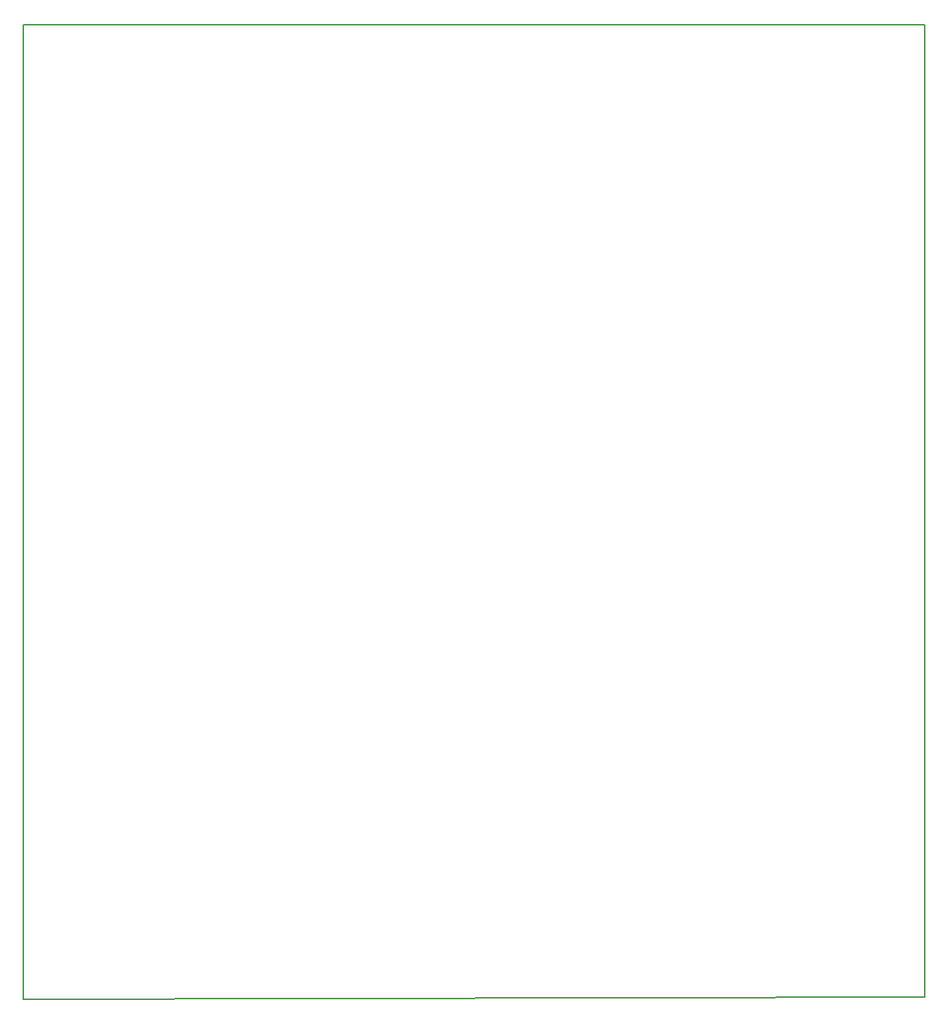
<source format=gbr>
G04 #@! TF.GenerationSoftware,KiCad,Pcbnew,(5.1.5)-3*
G04 #@! TF.CreationDate,2020-01-24T14:25:46-05:00*
G04 #@! TF.ProjectId,arduino_duo_shield,61726475-696e-46f5-9f64-756f5f736869,rev?*
G04 #@! TF.SameCoordinates,PX6258c20PY7445a00*
G04 #@! TF.FileFunction,Other,User*
%FSLAX46Y46*%
G04 Gerber Fmt 4.6, Leading zero omitted, Abs format (unit mm)*
G04 Created by KiCad (PCBNEW (5.1.5)-3) date 2020-01-24 14:25:46*
%MOMM*%
%LPD*%
G04 APERTURE LIST*
%ADD10C,0.150000*%
G04 APERTURE END LIST*
D10*
X0Y-21900000D02*
X0Y91440000D01*
X104950000Y-21650000D02*
X0Y-21900000D01*
X104950000Y91440000D02*
X104950000Y-21650000D01*
X0Y91440000D02*
X104950000Y91440000D01*
M02*

</source>
